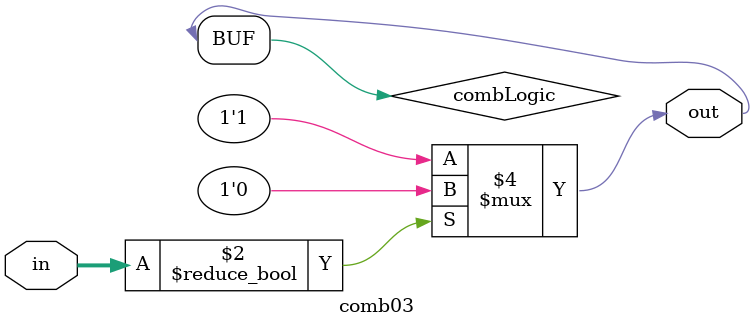
<source format=v>
module comb03 (in,out);
  // tmrg default triplicate
  // tmrg do_not_triplicate in
  input [7:0] in;
  output out;
  reg combLogic;
  always @(in)
    if (in)
      combLogic = 1'b0;
    else
      combLogic = 1'b1;
  assign out = combLogic;
endmodule

</source>
